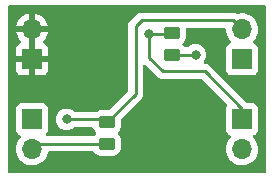
<source format=gbr>
%TF.GenerationSoftware,KiCad,Pcbnew,6.0.7-f9a2dced07~116~ubuntu20.04.1*%
%TF.CreationDate,2022-10-31T14:46:48+01:00*%
%TF.ProjectId,sgp41_board,73677034-315f-4626-9f61-72642e6b6963,rev?*%
%TF.SameCoordinates,Original*%
%TF.FileFunction,Copper,L2,Bot*%
%TF.FilePolarity,Positive*%
%FSLAX46Y46*%
G04 Gerber Fmt 4.6, Leading zero omitted, Abs format (unit mm)*
G04 Created by KiCad (PCBNEW 6.0.7-f9a2dced07~116~ubuntu20.04.1) date 2022-10-31 14:46:48*
%MOMM*%
%LPD*%
G01*
G04 APERTURE LIST*
G04 Aperture macros list*
%AMRoundRect*
0 Rectangle with rounded corners*
0 $1 Rounding radius*
0 $2 $3 $4 $5 $6 $7 $8 $9 X,Y pos of 4 corners*
0 Add a 4 corners polygon primitive as box body*
4,1,4,$2,$3,$4,$5,$6,$7,$8,$9,$2,$3,0*
0 Add four circle primitives for the rounded corners*
1,1,$1+$1,$2,$3*
1,1,$1+$1,$4,$5*
1,1,$1+$1,$6,$7*
1,1,$1+$1,$8,$9*
0 Add four rect primitives between the rounded corners*
20,1,$1+$1,$2,$3,$4,$5,0*
20,1,$1+$1,$4,$5,$6,$7,0*
20,1,$1+$1,$6,$7,$8,$9,0*
20,1,$1+$1,$8,$9,$2,$3,0*%
G04 Aperture macros list end*
%TA.AperFunction,ComponentPad*%
%ADD10R,1.700000X1.700000*%
%TD*%
%TA.AperFunction,ComponentPad*%
%ADD11O,1.700000X1.700000*%
%TD*%
%TA.AperFunction,SMDPad,CuDef*%
%ADD12RoundRect,0.250000X0.450000X-0.262500X0.450000X0.262500X-0.450000X0.262500X-0.450000X-0.262500X0*%
%TD*%
%TA.AperFunction,ViaPad*%
%ADD13C,0.800000*%
%TD*%
%TA.AperFunction,Conductor*%
%ADD14C,0.250000*%
%TD*%
G04 APERTURE END LIST*
D10*
%TO.P,J3,1,Pin_1*%
%TO.N,Net-(R3-Pad2)*%
X119380000Y-40640000D03*
D11*
%TO.P,J3,2,Pin_2*%
X119380000Y-43180000D03*
%TD*%
D10*
%TO.P,J4,1,Pin_1*%
%TO.N,Net-(R1-Pad2)*%
X119380000Y-35560000D03*
D11*
%TO.P,J4,2,Pin_2*%
X119380000Y-33020000D03*
%TD*%
D12*
%TO.P,R3,1*%
%TO.N,Net-(C2-Pad1)*%
X113411000Y-35179000D03*
%TO.P,R3,2*%
%TO.N,Net-(R3-Pad2)*%
X113411000Y-33354000D03*
%TD*%
D10*
%TO.P,J1,1,Pin_1*%
%TO.N,Net-(C2-Pad1)*%
X101600000Y-40640000D03*
D11*
%TO.P,J1,2,Pin_2*%
X101600000Y-43180000D03*
%TD*%
D10*
%TO.P,J2,1,Pin_1*%
%TO.N,GND*%
X101600000Y-35560000D03*
D11*
%TO.P,J2,2,Pin_2*%
X101600000Y-33020000D03*
%TD*%
D12*
%TO.P,R1,1*%
%TO.N,Net-(C2-Pad1)*%
X107950000Y-42719000D03*
%TO.P,R1,2*%
%TO.N,Net-(R1-Pad2)*%
X107950000Y-40894000D03*
%TD*%
D13*
%TO.N,Net-(C2-Pad1)*%
X115443000Y-35179000D03*
%TO.N,Net-(R3-Pad2)*%
X111506000Y-33401000D03*
%TO.N,Net-(R1-Pad2)*%
X104521000Y-40640000D03*
%TD*%
D14*
%TO.N,Net-(C2-Pad1)*%
X102061000Y-42719000D02*
X101600000Y-43180000D01*
X113411000Y-35179000D02*
X115443000Y-35179000D01*
X107950000Y-42719000D02*
X102061000Y-42719000D01*
%TO.N,Net-(R3-Pad2)*%
X111506000Y-33401000D02*
X113364000Y-33401000D01*
X112649000Y-36576000D02*
X116205000Y-36576000D01*
X111506000Y-33401000D02*
X111506000Y-35433000D01*
X116205000Y-36576000D02*
X119380000Y-39751000D01*
X119380000Y-39751000D02*
X119380000Y-40640000D01*
X111506000Y-35433000D02*
X112649000Y-36576000D01*
X113364000Y-33401000D02*
X113411000Y-33354000D01*
%TO.N,Net-(R1-Pad2)*%
X110363000Y-32766000D02*
X110871000Y-32258000D01*
X110871000Y-32258000D02*
X118618000Y-32258000D01*
X104521000Y-40640000D02*
X107696000Y-40640000D01*
X107696000Y-40640000D02*
X107950000Y-40894000D01*
X118618000Y-32258000D02*
X119380000Y-33020000D01*
X107950000Y-40894000D02*
X110363000Y-38481000D01*
X110363000Y-38481000D02*
X110363000Y-32766000D01*
%TD*%
%TA.AperFunction,Conductor*%
%TO.N,GND*%
G36*
X121353621Y-31008502D02*
G01*
X121400114Y-31062158D01*
X121411500Y-31114500D01*
X121411500Y-45085500D01*
X121391498Y-45153621D01*
X121337842Y-45200114D01*
X121285500Y-45211500D01*
X99694500Y-45211500D01*
X99626379Y-45191498D01*
X99579886Y-45137842D01*
X99568500Y-45085500D01*
X99568500Y-43146695D01*
X100237251Y-43146695D01*
X100237548Y-43151848D01*
X100237548Y-43151851D01*
X100243011Y-43246590D01*
X100250110Y-43369715D01*
X100251247Y-43374761D01*
X100251248Y-43374767D01*
X100269286Y-43454803D01*
X100299222Y-43587639D01*
X100383266Y-43794616D01*
X100499987Y-43985088D01*
X100646250Y-44153938D01*
X100818126Y-44296632D01*
X101011000Y-44409338D01*
X101219692Y-44489030D01*
X101224760Y-44490061D01*
X101224763Y-44490062D01*
X101332017Y-44511883D01*
X101438597Y-44533567D01*
X101443772Y-44533757D01*
X101443774Y-44533757D01*
X101656673Y-44541564D01*
X101656677Y-44541564D01*
X101661837Y-44541753D01*
X101666957Y-44541097D01*
X101666959Y-44541097D01*
X101878288Y-44514025D01*
X101878289Y-44514025D01*
X101883416Y-44513368D01*
X101888366Y-44511883D01*
X102092429Y-44450661D01*
X102092434Y-44450659D01*
X102097384Y-44449174D01*
X102297994Y-44350896D01*
X102479860Y-44221173D01*
X102638096Y-44063489D01*
X102697594Y-43980689D01*
X102765435Y-43886277D01*
X102768453Y-43882077D01*
X102838672Y-43740000D01*
X102865136Y-43686453D01*
X102865137Y-43686451D01*
X102867430Y-43681811D01*
X102896951Y-43584646D01*
X102930866Y-43473021D01*
X102930867Y-43473015D01*
X102932370Y-43468069D01*
X102933046Y-43462939D01*
X102933162Y-43462051D01*
X102933310Y-43461717D01*
X102934138Y-43457886D01*
X102934929Y-43458057D01*
X102961886Y-43397125D01*
X103021152Y-43358034D01*
X103058084Y-43352500D01*
X106767366Y-43352500D01*
X106835487Y-43372502D01*
X106874509Y-43412196D01*
X106901522Y-43455848D01*
X107026697Y-43580805D01*
X107032927Y-43584645D01*
X107032928Y-43584646D01*
X107170090Y-43669194D01*
X107177262Y-43673615D01*
X107215968Y-43686453D01*
X107338611Y-43727132D01*
X107338613Y-43727132D01*
X107345139Y-43729297D01*
X107351975Y-43729997D01*
X107351978Y-43729998D01*
X107395031Y-43734409D01*
X107449600Y-43740000D01*
X108450400Y-43740000D01*
X108453646Y-43739663D01*
X108453650Y-43739663D01*
X108549308Y-43729738D01*
X108549312Y-43729737D01*
X108556166Y-43729026D01*
X108562702Y-43726845D01*
X108562704Y-43726845D01*
X108712535Y-43676857D01*
X108723946Y-43673050D01*
X108874348Y-43579978D01*
X108999305Y-43454803D01*
X109025568Y-43412197D01*
X109088275Y-43310468D01*
X109088276Y-43310466D01*
X109092115Y-43304238D01*
X109142659Y-43151851D01*
X109145632Y-43142889D01*
X109145632Y-43142887D01*
X109147797Y-43136361D01*
X109158500Y-43031900D01*
X109158500Y-42406100D01*
X109152951Y-42352617D01*
X109148238Y-42307192D01*
X109148237Y-42307188D01*
X109147526Y-42300334D01*
X109091550Y-42132554D01*
X108998478Y-41982152D01*
X108911891Y-41895716D01*
X108877812Y-41833434D01*
X108882815Y-41762614D01*
X108911736Y-41717525D01*
X108994134Y-41634983D01*
X108999305Y-41629803D01*
X109073051Y-41510166D01*
X109088275Y-41485468D01*
X109088276Y-41485466D01*
X109092115Y-41479238D01*
X109147797Y-41311361D01*
X109158500Y-41206900D01*
X109158500Y-40633594D01*
X109178502Y-40565473D01*
X109195405Y-40544499D01*
X110755247Y-38984657D01*
X110763537Y-38977113D01*
X110770018Y-38973000D01*
X110816659Y-38923332D01*
X110819413Y-38920491D01*
X110839134Y-38900770D01*
X110841612Y-38897575D01*
X110849318Y-38888553D01*
X110874158Y-38862101D01*
X110879586Y-38856321D01*
X110889346Y-38838568D01*
X110900199Y-38822045D01*
X110907753Y-38812306D01*
X110912613Y-38806041D01*
X110930176Y-38765457D01*
X110935383Y-38754827D01*
X110956695Y-38716060D01*
X110958666Y-38708383D01*
X110958668Y-38708378D01*
X110961732Y-38696442D01*
X110968138Y-38677730D01*
X110973033Y-38666419D01*
X110976181Y-38659145D01*
X110977421Y-38651317D01*
X110977423Y-38651310D01*
X110983099Y-38615476D01*
X110985505Y-38603856D01*
X110994528Y-38568711D01*
X110994528Y-38568710D01*
X110996500Y-38561030D01*
X110996500Y-38540776D01*
X110998051Y-38521065D01*
X110999980Y-38508886D01*
X111001220Y-38501057D01*
X110997059Y-38457038D01*
X110996500Y-38445181D01*
X110996500Y-36123594D01*
X111016502Y-36055473D01*
X111070158Y-36008980D01*
X111140432Y-35998876D01*
X111205012Y-36028370D01*
X111211580Y-36034484D01*
X112145359Y-36968264D01*
X112152888Y-36976538D01*
X112157000Y-36983018D01*
X112162777Y-36988443D01*
X112206651Y-37029643D01*
X112209493Y-37032398D01*
X112229230Y-37052135D01*
X112232427Y-37054615D01*
X112241447Y-37062318D01*
X112273679Y-37092586D01*
X112280625Y-37096405D01*
X112280628Y-37096407D01*
X112291434Y-37102348D01*
X112307953Y-37113199D01*
X112323959Y-37125614D01*
X112331228Y-37128759D01*
X112331232Y-37128762D01*
X112364537Y-37143174D01*
X112375187Y-37148391D01*
X112413940Y-37169695D01*
X112421615Y-37171666D01*
X112421616Y-37171666D01*
X112433562Y-37174733D01*
X112452267Y-37181137D01*
X112470855Y-37189181D01*
X112478678Y-37190420D01*
X112478688Y-37190423D01*
X112514524Y-37196099D01*
X112526144Y-37198505D01*
X112561289Y-37207528D01*
X112568970Y-37209500D01*
X112589224Y-37209500D01*
X112608934Y-37211051D01*
X112628943Y-37214220D01*
X112636835Y-37213474D01*
X112672961Y-37210059D01*
X112684819Y-37209500D01*
X115890406Y-37209500D01*
X115958527Y-37229502D01*
X115979501Y-37246405D01*
X118086536Y-39353441D01*
X118120562Y-39415753D01*
X118115497Y-39486569D01*
X118098267Y-39518101D01*
X118079385Y-39543295D01*
X118028255Y-39679684D01*
X118021500Y-39741866D01*
X118021500Y-41538134D01*
X118028255Y-41600316D01*
X118079385Y-41736705D01*
X118166739Y-41853261D01*
X118283295Y-41940615D01*
X118291704Y-41943767D01*
X118291705Y-41943768D01*
X118400451Y-41984535D01*
X118457216Y-42027176D01*
X118481916Y-42093738D01*
X118466709Y-42163087D01*
X118447316Y-42189568D01*
X118320629Y-42322138D01*
X118194743Y-42506680D01*
X118100688Y-42709305D01*
X118040989Y-42924570D01*
X118017251Y-43146695D01*
X118017548Y-43151848D01*
X118017548Y-43151851D01*
X118023011Y-43246590D01*
X118030110Y-43369715D01*
X118031247Y-43374761D01*
X118031248Y-43374767D01*
X118049286Y-43454803D01*
X118079222Y-43587639D01*
X118163266Y-43794616D01*
X118279987Y-43985088D01*
X118426250Y-44153938D01*
X118598126Y-44296632D01*
X118791000Y-44409338D01*
X118999692Y-44489030D01*
X119004760Y-44490061D01*
X119004763Y-44490062D01*
X119112017Y-44511883D01*
X119218597Y-44533567D01*
X119223772Y-44533757D01*
X119223774Y-44533757D01*
X119436673Y-44541564D01*
X119436677Y-44541564D01*
X119441837Y-44541753D01*
X119446957Y-44541097D01*
X119446959Y-44541097D01*
X119658288Y-44514025D01*
X119658289Y-44514025D01*
X119663416Y-44513368D01*
X119668366Y-44511883D01*
X119872429Y-44450661D01*
X119872434Y-44450659D01*
X119877384Y-44449174D01*
X120077994Y-44350896D01*
X120259860Y-44221173D01*
X120418096Y-44063489D01*
X120477594Y-43980689D01*
X120545435Y-43886277D01*
X120548453Y-43882077D01*
X120618672Y-43740000D01*
X120645136Y-43686453D01*
X120645137Y-43686451D01*
X120647430Y-43681811D01*
X120712370Y-43468069D01*
X120741529Y-43246590D01*
X120743156Y-43180000D01*
X120724852Y-42957361D01*
X120670431Y-42740702D01*
X120581354Y-42535840D01*
X120499534Y-42409366D01*
X120462822Y-42352617D01*
X120462820Y-42352614D01*
X120460014Y-42348277D01*
X120456532Y-42344450D01*
X120312798Y-42186488D01*
X120281746Y-42122642D01*
X120290141Y-42052143D01*
X120335317Y-41997375D01*
X120361761Y-41983706D01*
X120468297Y-41943767D01*
X120476705Y-41940615D01*
X120593261Y-41853261D01*
X120680615Y-41736705D01*
X120731745Y-41600316D01*
X120738500Y-41538134D01*
X120738500Y-39741866D01*
X120731745Y-39679684D01*
X120680615Y-39543295D01*
X120593261Y-39426739D01*
X120476705Y-39339385D01*
X120340316Y-39288255D01*
X120278134Y-39281500D01*
X119858594Y-39281500D01*
X119790473Y-39261498D01*
X119769499Y-39244595D01*
X116708652Y-36183747D01*
X116701112Y-36175461D01*
X116697000Y-36168982D01*
X116647348Y-36122356D01*
X116644507Y-36119602D01*
X116624770Y-36099865D01*
X116621573Y-36097385D01*
X116612551Y-36089680D01*
X116586100Y-36064841D01*
X116580321Y-36059414D01*
X116573375Y-36055595D01*
X116573372Y-36055593D01*
X116562566Y-36049652D01*
X116546047Y-36038801D01*
X116545583Y-36038441D01*
X116530041Y-36026386D01*
X116522772Y-36023241D01*
X116522768Y-36023238D01*
X116489463Y-36008826D01*
X116478813Y-36003609D01*
X116440060Y-35982305D01*
X116420437Y-35977267D01*
X116401734Y-35970863D01*
X116390420Y-35965967D01*
X116390419Y-35965967D01*
X116383145Y-35962819D01*
X116375322Y-35961580D01*
X116375312Y-35961577D01*
X116339476Y-35955901D01*
X116327856Y-35953495D01*
X116292711Y-35944472D01*
X116292710Y-35944472D01*
X116285030Y-35942500D01*
X116264776Y-35942500D01*
X116245060Y-35940948D01*
X116241795Y-35940431D01*
X116177644Y-35910015D01*
X116140120Y-35849744D01*
X116141138Y-35778755D01*
X116167876Y-35731675D01*
X116182040Y-35715944D01*
X116277527Y-35550556D01*
X116336542Y-35368928D01*
X116356504Y-35179000D01*
X116336542Y-34989072D01*
X116277527Y-34807444D01*
X116182040Y-34642056D01*
X116054253Y-34500134D01*
X115899752Y-34387882D01*
X115893724Y-34385198D01*
X115893722Y-34385197D01*
X115731319Y-34312891D01*
X115731318Y-34312891D01*
X115725288Y-34310206D01*
X115631888Y-34290353D01*
X115544944Y-34271872D01*
X115544939Y-34271872D01*
X115538487Y-34270500D01*
X115347513Y-34270500D01*
X115341061Y-34271872D01*
X115341056Y-34271872D01*
X115254112Y-34290353D01*
X115160712Y-34310206D01*
X115154682Y-34312891D01*
X115154681Y-34312891D01*
X114992278Y-34385197D01*
X114992276Y-34385198D01*
X114986248Y-34387882D01*
X114980907Y-34391762D01*
X114980906Y-34391763D01*
X114912912Y-34441164D01*
X114831747Y-34500134D01*
X114827332Y-34505037D01*
X114822420Y-34509460D01*
X114821295Y-34508211D01*
X114767986Y-34541051D01*
X114734800Y-34545500D01*
X114593634Y-34545500D01*
X114525513Y-34525498D01*
X114486490Y-34485803D01*
X114484277Y-34482226D01*
X114459478Y-34442152D01*
X114372891Y-34355716D01*
X114338812Y-34293434D01*
X114343815Y-34222614D01*
X114372736Y-34177525D01*
X114455134Y-34094983D01*
X114460305Y-34089803D01*
X114478517Y-34060258D01*
X114549275Y-33945468D01*
X114549276Y-33945466D01*
X114553115Y-33939238D01*
X114579564Y-33859495D01*
X114606632Y-33777889D01*
X114606632Y-33777887D01*
X114608797Y-33771361D01*
X114619500Y-33666900D01*
X114619500Y-33041100D01*
X114618400Y-33030499D01*
X114631268Y-32960678D01*
X114679841Y-32908898D01*
X114743728Y-32891500D01*
X117892818Y-32891500D01*
X117960939Y-32911502D01*
X118007432Y-32965158D01*
X118018609Y-33010247D01*
X118030110Y-33209715D01*
X118031247Y-33214761D01*
X118031248Y-33214767D01*
X118045449Y-33277778D01*
X118079222Y-33427639D01*
X118163266Y-33634616D01*
X118165965Y-33639020D01*
X118251064Y-33777889D01*
X118279987Y-33825088D01*
X118426250Y-33993938D01*
X118430230Y-33997242D01*
X118434981Y-34001187D01*
X118474616Y-34060090D01*
X118476113Y-34131071D01*
X118438997Y-34191593D01*
X118398725Y-34216112D01*
X118381381Y-34222614D01*
X118283295Y-34259385D01*
X118166739Y-34346739D01*
X118079385Y-34463295D01*
X118028255Y-34599684D01*
X118021500Y-34661866D01*
X118021500Y-36458134D01*
X118028255Y-36520316D01*
X118079385Y-36656705D01*
X118166739Y-36773261D01*
X118283295Y-36860615D01*
X118419684Y-36911745D01*
X118481866Y-36918500D01*
X120278134Y-36918500D01*
X120340316Y-36911745D01*
X120476705Y-36860615D01*
X120593261Y-36773261D01*
X120680615Y-36656705D01*
X120731745Y-36520316D01*
X120738500Y-36458134D01*
X120738500Y-34661866D01*
X120731745Y-34599684D01*
X120680615Y-34463295D01*
X120593261Y-34346739D01*
X120476705Y-34259385D01*
X120423838Y-34239566D01*
X120358203Y-34214960D01*
X120301439Y-34172318D01*
X120276739Y-34105756D01*
X120291947Y-34036408D01*
X120313493Y-34007727D01*
X120414435Y-33907137D01*
X120418096Y-33903489D01*
X120477594Y-33820689D01*
X120545435Y-33726277D01*
X120548453Y-33722077D01*
X120574143Y-33670098D01*
X120645136Y-33526453D01*
X120645137Y-33526451D01*
X120647430Y-33521811D01*
X120712370Y-33308069D01*
X120741529Y-33086590D01*
X120742561Y-33044366D01*
X120743074Y-33023365D01*
X120743074Y-33023361D01*
X120743156Y-33020000D01*
X120724852Y-32797361D01*
X120670431Y-32580702D01*
X120581354Y-32375840D01*
X120460014Y-32188277D01*
X120309670Y-32023051D01*
X120305619Y-32019852D01*
X120305615Y-32019848D01*
X120138414Y-31887800D01*
X120138410Y-31887798D01*
X120134359Y-31884598D01*
X120098028Y-31864542D01*
X120082136Y-31855769D01*
X119938789Y-31776638D01*
X119933920Y-31774914D01*
X119933916Y-31774912D01*
X119733087Y-31703795D01*
X119733083Y-31703794D01*
X119728212Y-31702069D01*
X119723119Y-31701162D01*
X119723116Y-31701161D01*
X119513373Y-31663800D01*
X119513367Y-31663799D01*
X119508284Y-31662894D01*
X119434452Y-31661992D01*
X119290081Y-31660228D01*
X119290079Y-31660228D01*
X119284911Y-31660165D01*
X119064091Y-31693955D01*
X119050345Y-31698448D01*
X119021505Y-31707874D01*
X118950541Y-31710025D01*
X118932320Y-31703746D01*
X118902463Y-31690826D01*
X118891813Y-31685609D01*
X118853060Y-31664305D01*
X118839986Y-31660948D01*
X118833438Y-31659267D01*
X118814734Y-31652863D01*
X118803420Y-31647967D01*
X118803419Y-31647967D01*
X118796145Y-31644819D01*
X118788322Y-31643580D01*
X118788312Y-31643577D01*
X118752476Y-31637901D01*
X118740856Y-31635495D01*
X118705711Y-31626472D01*
X118705710Y-31626472D01*
X118698030Y-31624500D01*
X118677776Y-31624500D01*
X118658065Y-31622949D01*
X118655534Y-31622548D01*
X118638057Y-31619780D01*
X118630165Y-31620526D01*
X118594039Y-31623941D01*
X118582181Y-31624500D01*
X110949763Y-31624500D01*
X110938579Y-31623973D01*
X110931091Y-31622299D01*
X110923168Y-31622548D01*
X110863033Y-31624438D01*
X110859075Y-31624500D01*
X110831144Y-31624500D01*
X110827229Y-31624995D01*
X110827225Y-31624995D01*
X110827167Y-31625003D01*
X110827138Y-31625006D01*
X110815296Y-31625939D01*
X110771110Y-31627327D01*
X110753744Y-31632372D01*
X110751658Y-31632978D01*
X110732306Y-31636986D01*
X110720068Y-31638532D01*
X110720066Y-31638533D01*
X110712203Y-31639526D01*
X110671086Y-31655806D01*
X110659885Y-31659641D01*
X110617406Y-31671982D01*
X110610587Y-31676015D01*
X110610582Y-31676017D01*
X110599971Y-31682293D01*
X110582221Y-31690990D01*
X110563383Y-31698448D01*
X110556967Y-31703109D01*
X110556966Y-31703110D01*
X110527625Y-31724428D01*
X110517701Y-31730947D01*
X110486460Y-31749422D01*
X110486455Y-31749426D01*
X110479637Y-31753458D01*
X110465313Y-31767782D01*
X110450281Y-31780621D01*
X110433893Y-31792528D01*
X110405712Y-31826593D01*
X110397722Y-31835373D01*
X109970747Y-32262348D01*
X109962461Y-32269888D01*
X109955982Y-32274000D01*
X109950557Y-32279777D01*
X109909357Y-32323651D01*
X109906602Y-32326493D01*
X109886865Y-32346230D01*
X109884385Y-32349427D01*
X109876682Y-32358447D01*
X109846414Y-32390679D01*
X109842595Y-32397625D01*
X109842593Y-32397628D01*
X109836652Y-32408434D01*
X109825801Y-32424953D01*
X109813386Y-32440959D01*
X109810241Y-32448228D01*
X109810238Y-32448232D01*
X109795826Y-32481537D01*
X109790609Y-32492187D01*
X109769305Y-32530940D01*
X109767334Y-32538615D01*
X109767334Y-32538616D01*
X109764267Y-32550562D01*
X109757863Y-32569266D01*
X109749819Y-32587855D01*
X109748580Y-32595678D01*
X109748577Y-32595688D01*
X109742901Y-32631524D01*
X109740495Y-32643144D01*
X109729500Y-32685970D01*
X109729500Y-32706224D01*
X109727949Y-32725934D01*
X109724780Y-32745943D01*
X109725526Y-32753835D01*
X109728941Y-32789961D01*
X109729500Y-32801819D01*
X109729500Y-38166405D01*
X109709498Y-38234526D01*
X109692595Y-38255500D01*
X108112000Y-39836095D01*
X108049688Y-39870121D01*
X108022905Y-39873000D01*
X107449600Y-39873000D01*
X107446354Y-39873337D01*
X107446350Y-39873337D01*
X107350692Y-39883262D01*
X107350688Y-39883263D01*
X107343834Y-39883974D01*
X107337298Y-39886155D01*
X107337296Y-39886155D01*
X107205194Y-39930228D01*
X107176054Y-39939950D01*
X107169826Y-39943804D01*
X107169824Y-39943805D01*
X107098982Y-39987644D01*
X107032679Y-40006500D01*
X105229200Y-40006500D01*
X105161079Y-39986498D01*
X105141853Y-39970157D01*
X105141580Y-39970460D01*
X105136668Y-39966037D01*
X105132253Y-39961134D01*
X105025072Y-39883262D01*
X104983094Y-39852763D01*
X104983093Y-39852762D01*
X104977752Y-39848882D01*
X104971724Y-39846198D01*
X104971722Y-39846197D01*
X104809319Y-39773891D01*
X104809318Y-39773891D01*
X104803288Y-39771206D01*
X104681331Y-39745283D01*
X104622944Y-39732872D01*
X104622939Y-39732872D01*
X104616487Y-39731500D01*
X104425513Y-39731500D01*
X104419061Y-39732872D01*
X104419056Y-39732872D01*
X104360669Y-39745283D01*
X104238712Y-39771206D01*
X104232682Y-39773891D01*
X104232681Y-39773891D01*
X104070278Y-39846197D01*
X104070276Y-39846198D01*
X104064248Y-39848882D01*
X104058907Y-39852762D01*
X104058906Y-39852763D01*
X104030589Y-39873337D01*
X103909747Y-39961134D01*
X103781960Y-40103056D01*
X103686473Y-40268444D01*
X103627458Y-40450072D01*
X103607496Y-40640000D01*
X103627458Y-40829928D01*
X103686473Y-41011556D01*
X103781960Y-41176944D01*
X103786378Y-41181851D01*
X103786379Y-41181852D01*
X103905325Y-41313955D01*
X103909747Y-41318866D01*
X104064248Y-41431118D01*
X104070276Y-41433802D01*
X104070278Y-41433803D01*
X104232681Y-41506109D01*
X104238712Y-41508794D01*
X104332113Y-41528647D01*
X104419056Y-41547128D01*
X104419061Y-41547128D01*
X104425513Y-41548500D01*
X104616487Y-41548500D01*
X104622939Y-41547128D01*
X104622944Y-41547128D01*
X104709888Y-41528647D01*
X104803288Y-41508794D01*
X104809319Y-41506109D01*
X104971722Y-41433803D01*
X104971724Y-41433802D01*
X104977752Y-41431118D01*
X105132253Y-41318866D01*
X105136668Y-41313963D01*
X105141580Y-41309540D01*
X105142705Y-41310789D01*
X105196014Y-41277949D01*
X105229200Y-41273500D01*
X106648616Y-41273500D01*
X106716737Y-41293502D01*
X106763230Y-41347158D01*
X106768139Y-41359623D01*
X106805729Y-41472291D01*
X106808450Y-41480446D01*
X106901522Y-41630848D01*
X106906704Y-41636021D01*
X106988109Y-41717284D01*
X107022188Y-41779566D01*
X107017185Y-41850386D01*
X106988264Y-41895475D01*
X106940056Y-41943767D01*
X106900695Y-41983197D01*
X106896853Y-41989429D01*
X106896852Y-41989431D01*
X106874546Y-42025617D01*
X106821774Y-42073110D01*
X106767287Y-42085500D01*
X102881603Y-42085500D01*
X102813482Y-42065498D01*
X102766989Y-42011842D01*
X102756885Y-41941568D01*
X102786379Y-41876988D01*
X102806041Y-41858672D01*
X102806081Y-41858642D01*
X102813261Y-41853261D01*
X102900615Y-41736705D01*
X102951745Y-41600316D01*
X102958500Y-41538134D01*
X102958500Y-39741866D01*
X102951745Y-39679684D01*
X102900615Y-39543295D01*
X102813261Y-39426739D01*
X102696705Y-39339385D01*
X102560316Y-39288255D01*
X102498134Y-39281500D01*
X100701866Y-39281500D01*
X100639684Y-39288255D01*
X100503295Y-39339385D01*
X100386739Y-39426739D01*
X100299385Y-39543295D01*
X100248255Y-39679684D01*
X100241500Y-39741866D01*
X100241500Y-41538134D01*
X100248255Y-41600316D01*
X100299385Y-41736705D01*
X100386739Y-41853261D01*
X100503295Y-41940615D01*
X100511704Y-41943767D01*
X100511705Y-41943768D01*
X100620451Y-41984535D01*
X100677216Y-42027176D01*
X100701916Y-42093738D01*
X100686709Y-42163087D01*
X100667316Y-42189568D01*
X100540629Y-42322138D01*
X100414743Y-42506680D01*
X100320688Y-42709305D01*
X100260989Y-42924570D01*
X100237251Y-43146695D01*
X99568500Y-43146695D01*
X99568500Y-36454669D01*
X100242001Y-36454669D01*
X100242371Y-36461490D01*
X100247895Y-36512352D01*
X100251521Y-36527604D01*
X100296676Y-36648054D01*
X100305214Y-36663649D01*
X100381715Y-36765724D01*
X100394276Y-36778285D01*
X100496351Y-36854786D01*
X100511946Y-36863324D01*
X100632394Y-36908478D01*
X100647649Y-36912105D01*
X100698514Y-36917631D01*
X100705328Y-36918000D01*
X101327885Y-36918000D01*
X101343124Y-36913525D01*
X101344329Y-36912135D01*
X101346000Y-36904452D01*
X101346000Y-36899884D01*
X101854000Y-36899884D01*
X101858475Y-36915123D01*
X101859865Y-36916328D01*
X101867548Y-36917999D01*
X102494669Y-36917999D01*
X102501490Y-36917629D01*
X102552352Y-36912105D01*
X102567604Y-36908479D01*
X102688054Y-36863324D01*
X102703649Y-36854786D01*
X102805724Y-36778285D01*
X102818285Y-36765724D01*
X102894786Y-36663649D01*
X102903324Y-36648054D01*
X102948478Y-36527606D01*
X102952105Y-36512351D01*
X102957631Y-36461486D01*
X102958000Y-36454672D01*
X102958000Y-35832115D01*
X102953525Y-35816876D01*
X102952135Y-35815671D01*
X102944452Y-35814000D01*
X101872115Y-35814000D01*
X101856876Y-35818475D01*
X101855671Y-35819865D01*
X101854000Y-35827548D01*
X101854000Y-36899884D01*
X101346000Y-36899884D01*
X101346000Y-35832115D01*
X101341525Y-35816876D01*
X101340135Y-35815671D01*
X101332452Y-35814000D01*
X100260116Y-35814000D01*
X100244877Y-35818475D01*
X100243672Y-35819865D01*
X100242001Y-35827548D01*
X100242001Y-36454669D01*
X99568500Y-36454669D01*
X99568500Y-35287885D01*
X100242000Y-35287885D01*
X100246475Y-35303124D01*
X100247865Y-35304329D01*
X100255548Y-35306000D01*
X101327885Y-35306000D01*
X101343124Y-35301525D01*
X101344329Y-35300135D01*
X101346000Y-35292452D01*
X101346000Y-35287885D01*
X101854000Y-35287885D01*
X101858475Y-35303124D01*
X101859865Y-35304329D01*
X101867548Y-35306000D01*
X102939884Y-35306000D01*
X102955123Y-35301525D01*
X102956328Y-35300135D01*
X102957999Y-35292452D01*
X102957999Y-34665331D01*
X102957629Y-34658510D01*
X102952105Y-34607648D01*
X102948479Y-34592396D01*
X102903324Y-34471946D01*
X102894786Y-34456351D01*
X102818285Y-34354276D01*
X102805724Y-34341715D01*
X102703649Y-34265214D01*
X102688054Y-34256676D01*
X102577297Y-34215155D01*
X102520533Y-34172513D01*
X102495833Y-34105952D01*
X102511040Y-34036603D01*
X102532587Y-34007922D01*
X102634057Y-33906805D01*
X102640730Y-33898965D01*
X102765003Y-33726020D01*
X102770313Y-33717183D01*
X102864670Y-33526267D01*
X102868469Y-33516672D01*
X102930377Y-33312910D01*
X102932555Y-33302837D01*
X102933986Y-33291962D01*
X102931775Y-33277778D01*
X102918617Y-33274000D01*
X101872115Y-33274000D01*
X101856876Y-33278475D01*
X101855671Y-33279865D01*
X101854000Y-33287548D01*
X101854000Y-35287885D01*
X101346000Y-35287885D01*
X101346000Y-33292115D01*
X101341525Y-33276876D01*
X101340135Y-33275671D01*
X101332452Y-33274000D01*
X100283225Y-33274000D01*
X100269694Y-33277973D01*
X100268257Y-33287966D01*
X100298565Y-33422446D01*
X100301645Y-33432275D01*
X100381770Y-33629603D01*
X100386413Y-33638794D01*
X100497694Y-33820388D01*
X100503777Y-33828699D01*
X100643213Y-33989667D01*
X100650578Y-33996881D01*
X100655966Y-34001354D01*
X100695599Y-34060258D01*
X100697095Y-34131239D01*
X100659978Y-34191761D01*
X100619707Y-34216278D01*
X100511948Y-34256675D01*
X100496351Y-34265214D01*
X100394276Y-34341715D01*
X100381715Y-34354276D01*
X100305214Y-34456351D01*
X100296676Y-34471946D01*
X100251522Y-34592394D01*
X100247895Y-34607649D01*
X100242369Y-34658514D01*
X100242000Y-34665328D01*
X100242000Y-35287885D01*
X99568500Y-35287885D01*
X99568500Y-32754183D01*
X100264389Y-32754183D01*
X100265912Y-32762607D01*
X100278292Y-32766000D01*
X101327885Y-32766000D01*
X101343124Y-32761525D01*
X101344329Y-32760135D01*
X101346000Y-32752452D01*
X101346000Y-32747885D01*
X101854000Y-32747885D01*
X101858475Y-32763124D01*
X101859865Y-32764329D01*
X101867548Y-32766000D01*
X102918344Y-32766000D01*
X102931875Y-32762027D01*
X102933180Y-32752947D01*
X102891214Y-32585875D01*
X102887894Y-32576124D01*
X102802972Y-32380814D01*
X102798105Y-32371739D01*
X102682426Y-32192926D01*
X102676136Y-32184757D01*
X102532806Y-32027240D01*
X102525273Y-32020215D01*
X102358139Y-31888222D01*
X102349552Y-31882517D01*
X102163117Y-31779599D01*
X102153705Y-31775369D01*
X101952959Y-31704280D01*
X101942988Y-31701646D01*
X101871837Y-31688972D01*
X101858540Y-31690432D01*
X101854000Y-31704989D01*
X101854000Y-32747885D01*
X101346000Y-32747885D01*
X101346000Y-31703102D01*
X101342082Y-31689758D01*
X101327806Y-31687771D01*
X101289324Y-31693660D01*
X101279288Y-31696051D01*
X101076868Y-31762212D01*
X101067359Y-31766209D01*
X100878463Y-31864542D01*
X100869738Y-31870036D01*
X100699433Y-31997905D01*
X100691726Y-32004748D01*
X100544590Y-32158717D01*
X100538104Y-32166727D01*
X100418098Y-32342649D01*
X100413000Y-32351623D01*
X100323338Y-32544783D01*
X100319775Y-32554470D01*
X100264389Y-32754183D01*
X99568500Y-32754183D01*
X99568500Y-31114500D01*
X99588502Y-31046379D01*
X99642158Y-30999886D01*
X99694500Y-30988500D01*
X121285500Y-30988500D01*
X121353621Y-31008502D01*
G37*
%TD.AperFunction*%
%TD*%
M02*

</source>
